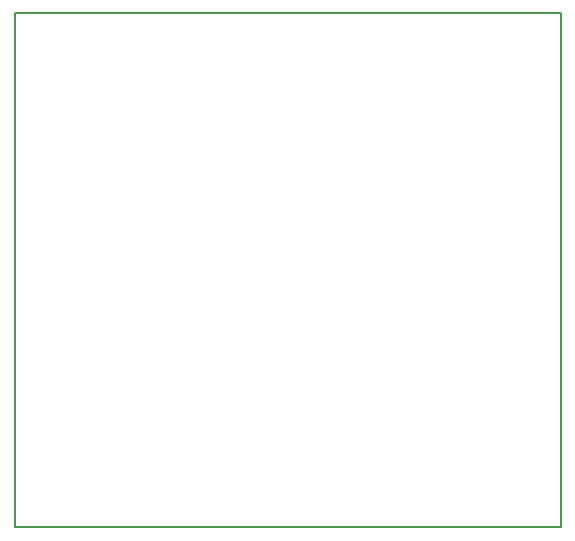
<source format=gbr>
G04 (created by PCBNEW (2013-may-18)-stable) date Сб 21 ноя 2015 22:02:29*
%MOIN*%
G04 Gerber Fmt 3.4, Leading zero omitted, Abs format*
%FSLAX34Y34*%
G01*
G70*
G90*
G04 APERTURE LIST*
%ADD10C,0.00590551*%
G04 APERTURE END LIST*
G54D10*
X26082Y-14173D02*
X44291Y-14173D01*
X26082Y-31299D02*
X44291Y-31299D01*
X26082Y-14173D02*
X26082Y-31299D01*
X44291Y-14173D02*
X44291Y-31299D01*
M02*

</source>
